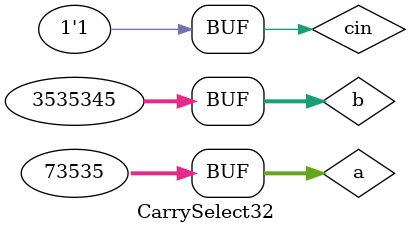
<source format=v>
`timescale 1ns / 1ps


module CarrySelect32;

	// Inputs
	reg [31:0] a;
	reg [31:0] b;
	reg cin;

	// Outputs
	wire [31:0] sum;
	wire cout;

	// Instantiate the Unit Under Test (UUT)
	CSelA32 uut (
		.sum(sum), 
		.cout(cout), 
		.a(a), 
		.b(b), 
		.cin(cin)
	);

	initial begin
		// Initialize Inputs
		a = 346437;	b = 3353454; cin = 0;	#100;
		a = 434535;	b = 534556; cin = 1;	#100;
		a = 73535;	b =3535345; cin = 1;	#100;
        

	end
      
endmodule


</source>
